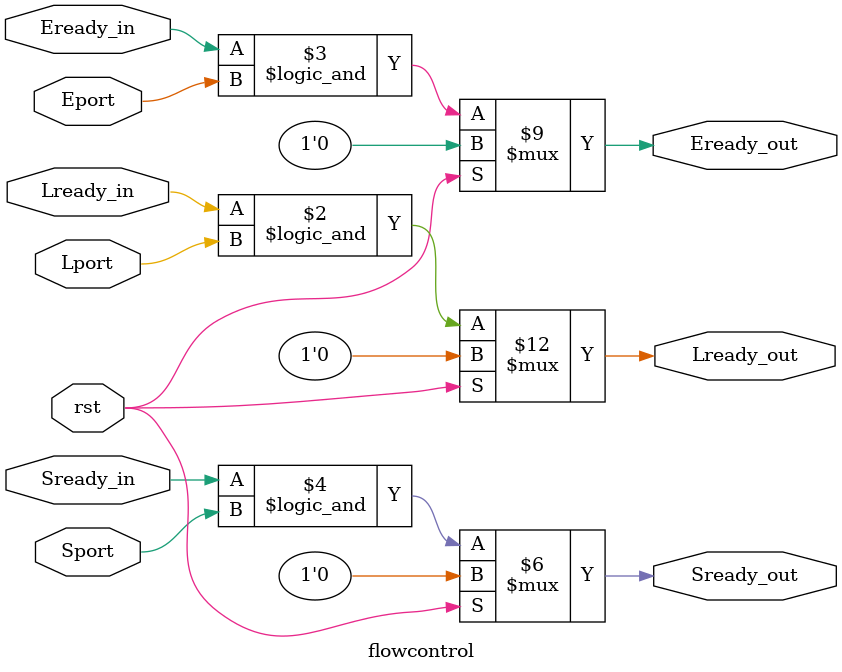
<source format=v>
/********************
* Filename:     flowcontrol.v
* Description:  Flow control mechanism is established between the INPUT and OUTPUT FIFO so that input FIFO does not receive any further data 
                for the particular output direction if it is not ready to accept data
*
* $Revision: 38 $
* $Id: flowcontrol.v 38 2016-02-20 17:24:53Z ranga $
* $Date: 2016-02-20 19:24:53 +0200 (Sat, 20 Feb 2016) $
* $Author: ranga $
*********************/

module flowcontrol(rst, 
                    Eport, Sport, Lport, 
                    Lready_in, Eready_in, Sready_in, 
                    Lready_out, Eready_out, Sready_out
                  );
  
  input       rst;
  input       Eport, Sport, Lport;
  input       Lready_in, Eready_in, Sready_in;
  
  output reg  Lready_out, Eready_out, Sready_out;                // Ready signal sent from LBDR to Arbiter
    
  // Ready_out is asserted whenever the selected output port and the corresponding output FIFO is also ready enough
  always @(rst, Lready_in, Eready_in, Sready_in, Lport, Eport, Sport, Lready_out, Eready_out, Sready_out) begin
    if (rst) begin
      Lready_out <= 1'b0;
      Eready_out <= 1'b0;
      Sready_out <= 1'b0;
    end
    else begin
      Lready_out <= Lready_in && Lport;
      Eready_out <= Eready_in && Eport;
      Sready_out <= Sready_in && Sport;
    end
  end
  
endmodule
</source>
